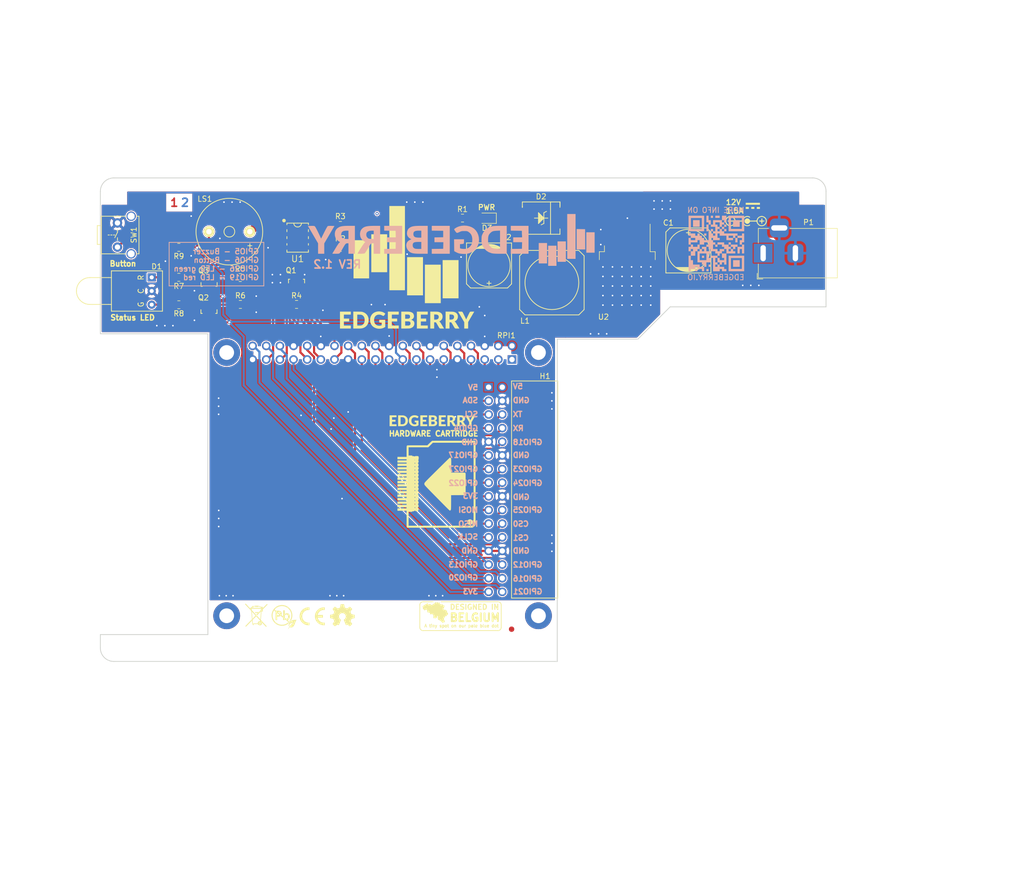
<source format=kicad_pcb>
(kicad_pcb (version 20211014) (generator pcbnew)
  (layers (0 "F.Cu" signal) (31 "B.Cu" signal) (34 "B.Paste" user) (35 "F.Paste" user) (36 "B.SilkS" user "B.Silkscreen") (37 "F.SilkS" user "F.Silkscreen") (38 "B.Mask" user) (39 "F.Mask" user) (44 "Edge.Cuts" user))
  (net 0 "")
  (net 1 "+3V3")
  (net 2 "GND")
  (net 3 "btn_1")
  (net 4 "UART_TX")
  (net 5 "UART_RX")
  (net 6 "+12V")
  (net 7 "+5V")
  (net 8 "Net-(Q2-Pad1)")
  (net 9 "Net-(Q2-Pad2)")
  (net 10 "status1_green")
  (net 11 "status1_red")
  (net 12 "Net-(Q3-Pad1)")
  (net 13 "I2C_SDA")
  (net 14 "I2C_SCL")
  (net 15 "Net-(Q3-Pad2)")
  (net 16 "ID_SCL")
  (net 17 "ID_SDA")
  (net 18 "buzzer")
  (net 19 "GPIO_4")
  (net 20 "GPIO_23")
  (net 21 "GPIO_24")
  (net 22 "Net-(LS1-Pad2)")
  (net 23 "GPIO_25")
  (net 24 "SPI_SCLK")
  (net 25 "SPI_CS0")
  (net 26 "SPI_CS1")
  (net 27 "SPI_MOSI")
  (net 28 "SPI_MISO")
  (net 30 "GPIO_18")
  (net 31 "GPIO_17")
  (net 32 "GPIO_22")
  (net 33 "GPIO_16")
  (net 34 "GPIO_12")
  (net 35 "GPIO_21")
  (net 36 "GPIO_20")
  (net 37 "GPIO_27")
  (net 38 "GPIO_13")
  (net 39 "Net-(D1-Pad1)")
  (net 40 "Net-(D1-Pad3)")
  (net 41 "Net-(D2-Pad1)")
  (net 42 "Net-(D3-Pad2)")
  (net 43 "Net-(Q1-Pad1)")
  (footprint "Capacitors_SMD:c_elec_8x10" (layer "F.Cu") (at 193.04 65.272 90)
    (fp_text reference "C1")
    (fp_text value "680uF")
  )
  (footprint "Capacitors_SMD:c_elec_8x10" (layer "F.Cu") (at 155.956 68.072 -90)
    (fp_text reference "C2")
    (fp_text value "220uF")
  )
  (footprint "Inductors:SELF-WE-PD-XXL" (layer "F.Cu") (at 167.649 71.272 -90)
    (fp_text reference "L1")
    (fp_text value "33uH")
  )
  (footprint "TO_SOT_Packages_SMD:SOT-23" (layer "F.Cu") (at 103.874 71.297 180)
    (fp_text reference "Q3")
    (fp_text value "BC547")
  )
  (footprint "TO_SOT_Packages_SMD:SOT-23" (layer "F.Cu") (at 103.849 76.347 180)
    (fp_text reference "Q2")
    (fp_text value "BC547")
  )
  (footprint "emcosys:tactile_switch_vertical" (layer "F.Cu") (at 86.829 62.398 -90)
    (fp_text reference "SW1")
    (fp_text value "SW_PUSH")
  )
  (footprint "emcosys:SpuQ_5mm_copper" (layer "F.Cu") (at 112.522 124.714)
    (fp_text reference "G***" hide)
    (fp_text value "LOGO" hide)
  )
  (footprint "emcosys:SS54_Schottky_40V_5A" (layer "F.Cu") (at 165.649 59.25)
    (fp_text reference "D2")
    (fp_text value "SS54")
  )
  (footprint "emcosys:Hole_M2.5" (layer "F.Cu") (at 88 20)
    (fp_text reference "REF**" hide)
    (fp_text value "Hole_M3" hide)
  )
  (footprint "TO_SOT_Packages_SMD:SOT-23" (layer "F.Cu") (at 120.149 71.272)
    (fp_text reference "Q1")
    (fp_text value "BC547")
  )
  (footprint "emcosys:Hole_M2.5_small" (layer "F.Cu") (at 86.149 54.272)
    (fp_text reference "REF**" hide)
    (fp_text value "Hole_M2.5_small" hide)
  )
  (footprint "emcosys:Hole_M2.5_small" (layer "F.Cu") (at 216.149 54.272)
    (fp_text reference "REF**" hide)
    (fp_text value "Hole_M2.5_small" hide)
  )
  (footprint "emcosys:Hole_M2.5_small" (layer "F.Cu") (at 86.149 139.272)
    (fp_text reference "REF**" hide)
    (fp_text value "Hole_M2.5_small" hide)
  )
  (footprint "Buzzers_Beepers:Buzzer_12x9.5RM7.6" (layer "F.Cu") (at 107.649 61.772 180)
    (fp_text reference "LS1")
    (fp_text value "Buzzer")
  )
  (footprint "Fiducials:Fiducial_1mm_Dia_2.54mm_Outer_CopperTop" (layer "F.Cu") (at 91.5 56.5)
    (fp_text reference "REF**" hide)
    (fp_text value "Fiducial_1mm_Dia_2.54mm_Outer_CopperTop" hide)
  )
  (footprint "Fiducials:Fiducial_1mm_Dia_2.54mm_Outer_CopperTop" (layer "F.Cu") (at 211.75 56.5)
    (fp_text reference "REF**" hide)
    (fp_text value "Fiducial_1mm_Dia_2.54mm_Outer_CopperTop" hide)
  )
  (footprint "Fiducials:Fiducial_1mm_Dia_2.54mm_Outer_CopperTop" (layer "F.Cu") (at 160.149 135.772)
    (fp_text reference "REF**" hide)
    (fp_text value "Fiducial_1mm_Dia_2.54mm_Outer_CopperTop" hide)
  )
  (footprint "emcosys:EdgeBerry_IO" (layer "F.Cu") (at 157.149 109.772 -90)
    (fp_text reference "H1")
    (fp_text value "EdgeBerry_IO")
  )
  (footprint "Resistor_SMD:R_0805_2012Metric" (layer "F.Cu") (at 128.274 64.722)
    (fp_text reference "R2")
    (fp_text value "10k")
  )
  (footprint "Package_TO_SOT_SMD:TO-263-5_TabPin3" (layer "F.Cu") (at 181.674 68.447 -90)
    (fp_text reference "U2")
    (fp_text value "LM2596")
  )
  (footprint "LOGO" (layer "F.Cu") (at 145.949 132.647736)
    (fp_text reference "G***" hide)
    (fp_text value "LOGO" hide)
  )
  (footprint "Resistor_SMD:R_0805_2012Metric" (layer "F.Cu") (at 98.249 64.697 180)
    (fp_text reference "R9")
    (fp_text value "10k")
  )
  (footprint "LED_SMD:LED_0805_2012Metric" (layer "F.Cu") (at 155.624 59.272 180)
    (fp_text reference "D3")
    (fp_text value "LED")
  )
  (footprint "emcosys:SOIC_8" (layer "F.Cu") (at 120.349 62.8865 -90)
    (fp_text reference "U1")
    (fp_text value "24LC256" hide)
  )
  (footprint "emcosys:bicolor_LED_right_angle" (layer "F.Cu") (at 93.199 72.822 -90)
    (fp_text reference "D1")
    (fp_text value "Led_x2" hide)
  )
  (footprint "LOGO" (layer "F.Cu") (at 203.8 59.8)
    (fp_text reference "G***" hide)
    (fp_text value "LOGO" hide)
  )
  (footprint "LOGO" (layer "F.Cu") (at 123.049 133.372)
    (fp_text reference "G***" hide)
    (fp_text value "LOGO" hide)
  )
  (footprint "Resistor_SMD:R_0805_2012Metric" (layer "F.Cu") (at 151.024 59.247)
    (fp_text reference "R1")
    (fp_text value "270R")
  )
  (footprint "LOGO" (layer "F.Cu") (at 140.716 78.232)
    (fp_text reference "G***" hide)
    (fp_text value "LOGO" hide)
  )
  (footprint "LOGO" (layer "F.Cu") (at 145.449 96.972)
    (fp_text reference "G***" hide)
    (fp_text value "LOGO" hide)
  )
  (footprint "LOGO" (layer "F.Cu") (at 128.649 133.172)
    (fp_text reference "G***" hide)
    (fp_text value "LOGO" hide)
  )
  (footprint "Resistor_SMD:R_0805_2012Metric" (layer "F.Cu") (at 98.249 70.272 180)
    (fp_text reference "R7")
    (fp_text value "270R")
  )
  (footprint "LOGO" (layer "F.Cu") (at 112.649 133.172)
    (fp_text reference "G***" hide)
    (fp_text value "LOGO" hide)
  )
  (footprint "LOGO" (layer "F.Cu") (at 205 57)
    (fp_text reference "G***" hide)
    (fp_text value "LOGO" hide)
  )
  (footprint "LOGO" (layer "F.Cu") (at 117.849 133.572)
    (fp_text reference "G***" hide)
    (fp_text value "LOGO" hide)
  )
  (footprint "Resistor_SMD:R_0805_2012Metric" (layer "F.Cu") (at 120.149 75.322)
    (fp_text reference "R4")
    (fp_text value "3k3")
  )
  (footprint "Connector_BarrelJack:BarrelJack_Horizontal" (layer "F.Cu") (at 206.949 65.7795 180)
    (fp_text reference "P1")
    (fp_text value "12Vin")
  )
  (footprint "Resistor_SMD:R_0805_2012Metric" (layer "F.Cu") (at 109.674 70.322)
    (fp_text reference "R5")
    (fp_text value "3k3")
  )
  (footprint "LOGO" (layer "F.Cu") (at 146.249 108.772)
    (fp_text reference "G***" hide)
    (fp_text value "LOGO" hide)
  )
  (footprint "Resistor_SMD:R_0805_2012Metric" (layer "F.Cu") (at 98.249 75.372 180)
    (fp_text reference "R8")
    (fp_text value "270R")
  )
  (footprint "Resistor_SMD:R_0805_2012Metric" (layer "F.Cu") (at 128.299 60.622 180)
    (fp_text reference "R3")
    (fp_text value "10k")
  )
  (footprint "" (layer "F.Cu") (at 150.75 66.5)
    (fp_text reference "")
    (fp_text value "")
  )
  (footprint "Resistor_SMD:R_0805_2012Metric" (layer "F.Cu") (at 109.699 75.322)
    (fp_text reference "R6")
    (fp_text value "3k3")
  )
  (footprint "LOGO" (layer "F.Cu") (at 140.462 65.964852)
    (fp_text reference "G***" hide)
    (fp_text value "LOGO" hide)
  )
  (footprint "emcosys:Hole_M3" (layer "B.Cu") (at 165.1464 84.271 180)
    (fp_text reference "REF**" hide)
    (fp_text value "Hole_M3" hide)
  )
  (footprint "emcosys:Hole_M2.5" (layer "B.Cu") (at 107.1464 84.271 180)
    (fp_text reference "REF**" hide)
    (fp_text value "Hole_M3" hide)
  )
  (footprint "emcosys:Hole_M2.5" (layer "B.Cu") (at 107.1464 133.271 180)
    (fp_text reference "REF**" hide)
    (fp_text value "Hole_M3" hide)
  )
  (footprint "emcosys:Hole_M2.5" (layer "B.Cu") (at 165.1464 133.271 180)
    (fp_text reference "REF**" hide)
    (fp_text value "Hole_M3" hide)
  )
  (footprint "emcosys:RPI_GPIO" (layer "B.Cu") (at 136.0954 84.3005 180)
    (fp_text reference "RPI1")
    (fp_text value "RPi_GPIO")
  )
  (footprint "emcosys:via_0.6mm" (layer "B.Cu") (at 181.693 59.265 -90)
    (fp_text reference "REF**" hide)
    (fp_text value "via_0.6mm" hide)
  )
  (footprint "emcosys:via_0.6mm" (layer "B.Cu") (at 112.649 73.772 -90)
    (fp_text reference "REF**" hide)
    (fp_text value "via_0.6mm" hide)
  )
  (footprint "emcosys:via_0.6mm" (layer "B.Cu") (at 178.923 73.668 -90)
    (fp_text reference "REF**" hide)
    (fp_text value "via_0.6mm" hide)
  )
  (footprint "emcosys:via_0.6mm" (layer "B.Cu") (at 105.649 94.272 -90)
    (fp_text reference "REF**" hide)
    (fp_text value "via_0.6mm" hide)
  )
  (footprint "emcosys:via_0.6mm" (layer "B.Cu") (at 178.923 75.446 -90)
    (fp_text reference "REF**" hide)
    (fp_text value "via_0.6mm" hide)
  )
  (footprint "emcosys:via_0.6mm" (layer "B.Cu") (at 177.145 70.112 -90)
    (fp_text reference "REF**" hide)
    (fp_text value "via_0.6mm" hide)
  )
  (footprint "emcosys:via_0.6mm" (layer "B.Cu") (at 177.145 75.446 -90)
    (fp_text reference "REF**" hide)
    (fp_text value "via_0.6mm" hide)
  )
  (footprint "emcosys:via_0.6mm" (layer "B.Cu") (at 180.701 68.334 -90)
    (fp_text reference "REF**" hide)
    (fp_text value "via_0.6mm" hide)
  )
  (footprint "emcosys:via_0.6mm" (layer "B.Cu") (at 100.545 58.872 -90)
    (fp_text reference "REF**" hide)
    (fp_text value "via_0.6mm" hide)
  )
  (footprint "emcosys:via_0.6mm" (layer "B.Cu") (at 182.479 68.334 -90)
    (fp_text reference "REF**" hide)
    (fp_text value "via_0.6mm" hide)
  )
  (footprint "emcosys:via_0.6mm" (layer "B.Cu") (at 176.745 64.176 -90)
    (fp_text reference "REF**" hide)
    (fp_text value "via_0.6mm" hide)
  )
  (footprint "emcosys:via_0.6mm" (layer "B.Cu") (at 101.149 78.272 -90)
    (fp_text reference "REF**" hide)
    (fp_text value "via_0.6mm" hide)
  )
  (footprint "emcosys:via_0.6mm" (layer "B.Cu") (at 186.035 73.668 -90)
    (fp_text reference "REF**" hide)
    (fp_text value "via_0.6mm" hide)
  )
  (footprint "emcosys:via_0.6mm" (layer "B.Cu") (at 177.145 71.89 -90)
    (fp_text reference "REF**" hide)
    (fp_text value "via_0.6mm" hide)
  )
  (footprint "emcosys:via_0.6mm" (layer "B.Cu") (at 177.145 73.668 -90)
    (fp_text reference "REF**" hide)
    (fp_text value "via_0.6mm" hide)
  )
  (footprint "emcosys:via_0.6mm" (layer "B.Cu") (at 180.701 71.89 -90)
    (fp_text reference "REF**" hide)
    (fp_text value "via_0.6mm" hide)
  )
  (footprint "emcosys:via_0.6mm" (layer "B.Cu") (at 186.035 71.89 -90)
    (fp_text reference "REF**" hide)
    (fp_text value "via_0.6mm" hide)
  )
  (footprint "emcosys:via_0.6mm" (layer "B.Cu") (at 136.613 75.352 -90)
    (fp_text reference "REF**" hide)
    (fp_text value "via_0.6mm" hide)
  )
  (footprint "emcosys:via_0.6mm" (layer "B.Cu") (at 155.149 81.272 -90)
    (fp_text reference "REF**" hide)
    (fp_text value "via_0.6mm" hide)
  )
  (footprint "emcosys:via_0.6mm" (layer "B.Cu") (at 184.257 73.668 -90)
    (fp_text reference "REF**" hide)
    (fp_text value "via_0.6mm" hide)
  )
  (footprint "emcosys:via_0.6mm" (layer "B.Cu") (at 182.479 70.112 -90)
    (fp_text reference "REF**" hide)
    (fp_text value "via_0.6mm" hide)
  )
  (footprint "emcosys:via_0.6mm" (layer "B.Cu") (at 178.923 70.112 -90)
    (fp_text reference "REF**" hide)
    (fp_text value "via_0.6mm" hide)
  )
  (footprint "emcosys:via_0.6mm" (layer "B.Cu") (at 182.479 73.668 -90)
    (fp_text reference "REF**" hide)
    (fp_text value "via_0.6mm" hide)
  )
  (footprint "emcosys:via_0.6mm" (layer "B.Cu") (at 178.923 68.334 -90)
    (fp_text reference "REF**" hide)
    (fp_text value "via_0.6mm" hide)
  )
  (footprint "emcosys:via_0.6mm" (layer "B.Cu") (at 124.649 81.272 -90)
    (fp_text reference "REF**" hide)
    (fp_text value "via_0.6mm" hide)
  )
  (footprint "emcosys:via_0.6mm" (layer "B.Cu") (at 180.701 70.112 -90)
    (fp_text reference "REF**" hide)
    (fp_text value "via_0.6mm" hide)
  )
  (footprint "emcosys:via_0.6mm" (layer "B.Cu") (at 180.701 75.446 -90)
    (fp_text reference "REF**" hide)
    (fp_text value "via_0.6mm" hide)
  )
  (footprint "emcosys:via_0.6mm" (layer "B.Cu") (at 184.257 75.446 -90)
    (fp_text reference "REF**" hide)
    (fp_text value "via_0.6mm" hide)
  )
  (footprint "emcosys:via_0.6mm" (layer "B.Cu") (at 117.149 71.272 -90)
    (fp_text reference "REF**" hide)
    (fp_text value "via_0.6mm" hide)
  )
  (footprint "emcosys:via_0.6mm" (layer "B.Cu") (at 117.149 69.772 -90)
    (fp_text reference "REF**" hide)
    (fp_text value "via_0.6mm" hide)
  )
  (footprint "emcosys:via_0.6mm" (layer "B.Cu") (at 184.257 70.112 -90)
    (fp_text reference "REF**" hide)
    (fp_text value "via_0.6mm" hide)
  )
  (footprint "emcosys:via_0.6mm" (layer "B.Cu") (at 178.923 71.89 -90)
    (fp_text reference "REF**" hide)
    (fp_text value "via_0.6mm" hide)
  )
  (footprint "emcosys:via_0.6mm" (layer "B.Cu") (at 142.149 56.272 -90)
    (fp_text reference "REF**" hide)
    (fp_text value "via_0.6mm" hide)
  )
  (footprint "emcosys:via_0.6mm" (layer "B.Cu") (at 182.479 71.89 -90)
    (fp_text reference "REF**" hide)
    (fp_text value "via_0.6mm" hide)
  )
  (footprint "emcosys:via_0.6mm" (layer "B.Cu") (at 206.149 71.772 -90)
    (fp_text reference "REF**" hide)
    (fp_text value "via_0.6mm" hide)
  )
  (footprint "emcosys:via_0.6mm" (layer "B.Cu") (at 127.083 96.476 -90)
    (fp_text reference "REF**" hide)
    (fp_text value "via_0.6mm" hide)
  )
  (footprint "emcosys:via_0.6mm" (layer "B.Cu") (at 186.651 57.572 -90)
    (fp_text reference "REF**" hide)
    (fp_text value "via_0.6mm" hide)
  )
  (footprint "emcosys:via_0.6mm" (layer "B.Cu") (at 176.745 61.382 -90)
    (fp_text reference "REF**" hide)
    (fp_text value "via_0.6mm" hide)
  )
  (footprint "emcosys:via_0.6mm" (layer "B.Cu") (at 143.649 56.272 -90)
    (fp_text reference "REF**" hide)
    (fp_text value "via_0.6mm" hide)
  )
  (footprint "emcosys:via_0.6mm" (layer "B.Cu") (at 186.035 70.112 -90)
    (fp_text reference "REF**" hide)
    (fp_text value "via_0.6mm" hide)
  )
  (footprint "emcosys:via_0.6mm" (layer "B.Cu") (at 109.649 56.272 -90)
    (fp_text reference "REF**" hide)
    (fp_text value "via_0.6mm" hide)
  )
  (footprint "emcosys:via_0.6mm" (layer "B.Cu") (at 188.175 57.572 -90)
    (fp_text reference "REF**" hide)
    (fp_text value "via_0.6mm" hide)
  )
  (footprint "emcosys:via_0.6mm" (layer "B.Cu") (at 112.649 76.772 -90)
    (fp_text reference "REF**" hide)
    (fp_text value "via_0.6mm" hide)
  )
  (footprint "emcosys:via_0.6mm" (layer "B.Cu") (at 146.26 87.459 -90)
    (fp_text reference "REF**" hide)
    (fp_text value "via_0.6mm" hide)
  )
  (footprint "emcosys:via_0.6mm" (layer "B.Cu") (at 186.035 68.334 -90)
    (fp_text reference "REF**" hide)
    (fp_text value "via_0.6mm" hide)
  )
  (footprint "emcosys:via_0.6mm" (layer "B.Cu") (at 186.651 56.048 -90)
    (fp_text reference "REF**" hide)
    (fp_text value "via_0.6mm" hide)
  )
  (footprint "emcosys:via_0.6mm" (layer "B.Cu") (at 204.649 71.772 -90)
    (fp_text reference "REF**" hide)
    (fp_text value "via_0.6mm" hide)
  )
  (footprint "emcosys:via_0.6mm" (layer "B.Cu") (at 115.649 71.272 -90)
    (fp_text reference "REF**" hide)
    (fp_text value "via_0.6mm" hide)
  )
  (footprint "emcosys:via_0.6mm" (layer "B.Cu") (at 121.649 69.772 -90)
    (fp_text reference "REF**" hide)
    (fp_text value "via_0.6mm" hide)
  )
  (footprint "emcosys:via_0.6mm" (layer "B.Cu") (at 189.699 57.572 -90)
    (fp_text reference "REF**" hide)
    (fp_text value "via_0.6mm" hide)
  )
  (footprint "emcosys:via_0.6mm" (layer "B.Cu") (at 184.257 68.334 -90)
    (fp_text reference "REF**" hide)
    (fp_text value "via_0.6mm" hide)
  )
  (footprint "emcosys:via_0.6mm" (layer "B.Cu") (at 126.575 98.508 -90)
    (fp_text reference "REF**" hide)
    (fp_text value "via_0.6mm" hide)
  )
  (footprint "emcosys:via_0.6mm" (layer "B.Cu") (at 146.26 88.856 -90)
    (fp_text reference "REF**" hide)
    (fp_text value "via_0.6mm" hide)
  )
  (footprint "emcosys:via_0.6mm" (layer "B.Cu") (at 184.257 71.89 -90)
    (fp_text reference "REF**" hide)
    (fp_text value "via_0.6mm" hide)
  )
  (footprint "emcosys:via_0.6mm" (layer "B.Cu") (at 129.75 95.333 -90)
    (fp_text reference "REF**" hide)
    (fp_text value "via_0.6mm" hide)
  )
  (footprint "emcosys:via_0.6mm" (layer "B.Cu") (at 149.689 96.222 -90)
    (fp_text reference "REF**" hide)
    (fp_text value "via_0.6mm" hide)
  )
  (footprint "emcosys:via_0.6mm" (layer "B.Cu") (at 95.749 67.272 -90)
    (fp_text reference "REF**" hide)
    (fp_text value "via_0.6mm" hide)
  )
  (footprint "emcosys:via_0.6mm" (layer "B.Cu") (at 189.699 56.048 -90)
    (fp_text reference "REF**" hide)
    (fp_text value "via_0.6mm" hide)
  )
  (footprint "emcosys:via_0.6mm" (layer "B.Cu") (at 177.145 68.334 -90)
    (fp_text reference "REF**" hide)
    (fp_text value "via_0.6mm" hide)
  )
  (footprint "emcosys:via_0.6mm" (layer "B.Cu") (at 188.175 56.048 -90)
    (fp_text reference "REF**" hide)
    (fp_text value "via_0.6mm" hide)
  )
  (footprint "emcosys:via_0.6mm" (layer "B.Cu") (at 182.479 75.446 -90)
    (fp_text reference "REF**" hide)
    (fp_text value "via_0.6mm" hide)
  )
  (footprint "emcosys:via_0.6mm" (layer "B.Cu") (at 180.701 73.668 -90)
    (fp_text reference "REF**" hide)
    (fp_text value "via_0.6mm" hide)
  )
  (footprint "emcosys:via_0.6mm" (layer "B.Cu") (at 186.035 75.446 -90)
    (fp_text reference "REF**" hide)
    (fp_text value "via_0.6mm" hide)
  )
  (footprint "emcosys:via_0.6mm" (layer "B.Cu") (at 101.149 72.772 -90)
    (fp_text reference "REF**" hide)
    (fp_text value "via_0.6mm" hide)
  )
  (footprint "emcosys:via_0.6mm" (layer "B.Cu") (at 105.649 95.772 -90)
    (fp_text reference "REF**" hide)
    (fp_text value "via_0.6mm" hide)
  )
  (footprint "emcosys:via_0.6mm" (layer "B.Cu") (at 167.649 91.772 -90)
    (fp_text reference "REF**" hide)
    (fp_text value "via_0.6mm" hide)
  )
  (footprint "emcosys:via_0.6mm" (layer "B.Cu") (at 140.649 56.272 -90)
    (fp_text reference "REF**" hide)
    (fp_text value "via_0.6mm" hide)
  )
  (footprint "emcosys:Hole_M2.5" (layer "B.Cu") (at 112.649 76.772 180)
    (fp_text reference "REF**" hide)
    (fp_text value "Hole_M3" hide)
  )
  (footprint "emcosys:Hole_M2.5" (layer "B.Cu") (at 167.649 76.772 180)
    (fp_text reference "REF**" hide)
    (fp_text value "Hole_M3" hide)
  )
  (footprint "emcosys:via_0.6mm" (layer "B.Cu") (at 137.375 81.194 -90)
    (fp_text reference "REF**" hide)
    (fp_text value "via_0.6mm" hide)
  )
  (footprint "emcosys:via_0.6mm" (layer "B.Cu") (at 94.149 79.272 -90)
    (fp_text reference "REF**" hide)
    (fp_text value "via_0.6mm" hide)
  )
  (footprint "emcosys:via_0.6mm" (layer "B.Cu") (at 95.649 79.272 -90)
    (fp_text reference "REF**" hide)
    (fp_text value "via_0.6mm" hide)
  )
  (footprint "emcosys:via_0.6mm" (layer "B.Cu") (at 140.716 65.964852 -90)
    (fp_text reference "REF**" hide)
    (fp_text value "via_0.6mm" hide)
  )
  (footprint "emcosys:via_0.6mm" (layer "B.Cu") (at 203.149 71.772 -90)
    (fp_text reference "REF**" hide)
    (fp_text value "via_0.6mm" hide)
  )
  (footprint "emcosys:via_0.6mm" (layer "B.Cu") (at 100.545 66.272 -90)
    (fp_text reference "REF**" hide)
    (fp_text value "via_0.6mm" hide)
  )
  (footprint "emcosys:via_0.6mm" (layer "B.Cu") (at 167.649 119.772 -90)
    (fp_text reference "REF**" hide)
    (fp_text value "via_0.6mm" hide)
  )
  (footprint "emcosys:via_0.6mm" (layer "B.Cu") (at 167.649 118.272 -90)
    (fp_text reference "REF**" hide)
    (fp_text value "via_0.6mm" hide)
  )
  (footprint "emcosys:via_0.6mm" (layer "B.Cu") (at 167.649 121.272 -90)
    (fp_text reference "REF**" hide)
    (fp_text value "via_0.6mm" hide)
  )
  (footprint "emcosys:via_0.6mm" (layer "B.Cu") (at 97.149 79.272 -90)
    (fp_text reference "REF**" hide)
    (fp_text value "via_0.6mm" hide)
  )
  (footprint "emcosys:via_0.6mm" (layer "B.Cu") (at 167.649 94.772 -90)
    (fp_text reference "REF**" hide)
    (fp_text value "via_0.6mm" hide)
  )
  (footprint "emcosys:via_0.6mm" (layer "B.Cu") (at 167.649 93.272 -90)
    (fp_text reference "REF**" hide)
    (fp_text value "via_0.6mm" hide)
  )
  (footprint "emcosys:via_0.6mm" (layer "B.Cu") (at 105.879 63.033 -90)
    (fp_text reference "REF**" hide)
    (fp_text value "via_0.6mm" hide)
  )
  (footprint "emcosys:via_0.6mm" (layer "B.Cu") (at 147.32 129.54 -90)
    (fp_text reference "REF**" hide)
    (fp_text value "via_0.6mm" hide)
  )
  (footprint "emcosys:via_0.6mm" (layer "B.Cu") (at 106.649 56.272 -90)
    (fp_text reference "REF**" hide)
    (fp_text value "via_0.6mm" hide)
  )
  (footprint "emcosys:via_0.6mm" (layer "B.Cu") (at 108.149 56.272 -90)
    (fp_text reference "REF**" hide)
    (fp_text value "via_0.6mm" hide)
  )
  (footprint "emcosys:via_0.6mm" (layer "B.Cu") (at 125.564 66.97 -90)
    (fp_text reference "REF**" hide)
    (fp_text value "via_0.6mm" hide)
  )
  (footprint "emcosys:via_0.6mm" (layer "B.Cu") (at 155.155 77.384 -90)
    (fp_text reference "REF**" hide)
    (fp_text value "via_0.6mm" hide)
  )
  (footprint "emcosys:via_0.6mm" (layer "B.Cu") (at 134.073 75.352 -90)
    (fp_text reference "REF**" hide)
    (fp_text value "via_0.6mm" hide)
  )
  (footprint "emcosys:via_0.6mm" (layer "B.Cu") (at 114.849 64.772 -90)
    (fp_text reference "REF**" hide)
    (fp_text value "via_0.6mm" hide)
  )
  (footprint "emcosys:via_0.6mm" (layer "B.Cu") (at 144.78 129.54 -90)
    (fp_text reference "REF**" hide)
    (fp_text value "via_0.6mm" hide)
  )
  (footprint "emcosys:via_0.6mm" (layer "B.Cu") (at 128.607 111.462 -90)
    (fp_text reference "REF**" hide)
    (fp_text value "via_0.6mm" hide)
  )
  (footprint "emcosys:via_0.6mm" (layer "B.Cu") (at 115.649 69.772 -90)
    (fp_text reference "REF**" hide)
    (fp_text value "via_0.6mm" hide)
  )
  (footprint "emcosys:via_0.6mm" (layer "B.Cu") (at 146.05 129.54 -90)
    (fp_text reference "REF**" hide)
    (fp_text value "via_0.6mm" hide)
  )
  (footprint "emcosys:via_0.6mm" (layer "B.Cu") (at 125.051 76.41 -90)
    (fp_text reference "REF**" hide)
    (fp_text value "via_0.6mm" hide)
  )
  (footprint "emcosys:via_0.6mm" (layer "B.Cu") (at 120.987 95.968 -90)
    (fp_text reference "REF**" hide)
    (fp_text value "via_0.6mm" hide)
  )
  (footprint "emcosys:via_0.6mm" (layer "B.Cu") (at 154.149 75.772 -90)
    (fp_text reference "REF**" hide)
    (fp_text value "via_0.6mm" hide)
  )
  (footprint "emcosys:via_0.6mm" (layer "B.Cu") (at 105.649 92.772 -90)
    (fp_text reference "REF**" hide)
    (fp_text value "via_0.6mm" hide)
  )
  (footprint "emcosys:via_0.6mm" (layer "B.Cu") (at 177.84 80.79)
    (fp_text reference "REF**" hide)
    (fp_text value "via_0.6mm" hide)
  )
  (footprint "emcosys:via_0.6mm" (layer "B.Cu") (at 105.664 115.165 -90)
    (fp_text reference "REF**" hide)
    (fp_text value "via_0.6mm" hide)
  )
  (footprint "emcosys:via_0.6mm" (layer "B.Cu") (at 108.331 129.54 -90)
    (fp_text reference "REF**" hide)
    (fp_text value "via_0.6mm" hide)
  )
  (footprint "LOGO" (layer "B.Cu") (at 148.551 63.287 180)
    (fp_text reference "G***" hide)
    (fp_text value "LOGO" hide)
  )
  (footprint "emcosys:via_0.6mm" (layer "B.Cu") (at 107.061 129.54 -90)
    (fp_text reference "REF**" hide)
    (fp_text value "via_0.6mm" hide)
  )
  (footprint "emcosys:via_0.6mm" (layer "B.Cu") (at 126.365 129.54 -90)
    (fp_text reference "REF**" hide)
    (fp_text value "via_0.6mm" hide)
  )
  (footprint "emcosys:via_0.6mm" (layer "B.Cu") (at 128.905 129.54 -90)
    (fp_text reference "REF**" hide)
    (fp_text value "via_0.6mm" hide)
  )
  (footprint "emcosys:via_0.6mm" (layer "B.Cu") (at 135.128 58.42 -90)
    (fp_text reference "REF**" hide)
    (fp_text value "via_0.6mm" hide)
  )
  (footprint "emcosys:via_0.6mm" (layer "B.Cu") (at 105.791 129.54 -90)
    (fp_text reference "REF**" hide)
    (fp_text value "via_0.6mm" hide)
  )
  (footprint "emcosys:via_0.6mm" (layer "B.Cu") (at 127.635 129.54 -90)
    (fp_text reference "REF**" hide)
    (fp_text value "via_0.6mm" hide)
  )
  (footprint "emcosys:via_0.6mm" (layer "B.Cu") (at 174.84 80.79)
    (fp_text reference "REF**" hide)
    (fp_text value "via_0.6mm" hide)
  )
  (footprint "emcosys:via_0.6mm" (layer "B.Cu") (at 105.664 113.665 -90)
    (fp_text reference "REF**" hide)
    (fp_text value "via_0.6mm" hide)
  )
  (footprint "LOGO" (layer "B.Cu") (at 198.249 63.972 180)
    (fp_text reference "G***" hide)
    (fp_text value "LOGO" hide)
  )
  (footprint "emcosys:via_0.6mm" (layer "B.Cu") (at 176.34 80.79)
    (fp_text reference "REF**" hide)
    (fp_text value "via_0.6mm" hide)
  )
  (footprint "emcosys:via_0.6mm" (layer "B.Cu") (at 105.664 116.665 -90)
    (fp_text reference "REF**" hide)
    (fp_text value "via_0.6mm" hide)
  )
  (gr_line (start 114.049 71.872) (end 96.449 71.872) (layer "B.SilkS") (width 0.15))
  (gr_line (start 114.049 63.772) (end 96.449 63.772) (layer "B.SilkS") (width 0.15))
  (gr_line (start 114.049 63.772) (end 114.049 71.872) (layer "B.SilkS") (width 0.15))
  (gr_line (start 96.449 63.772) (end 96.449 71.872) (layer "B.SilkS") (width 0.15))
  (gr_line (start 157.624736 130.672) (end 147.049 130.672) (layer "F.SilkS") (width 0.15))
  (gr_arc (start 157.624736 130.672) (mid 158.049 130.847736) (end 158.224736 131.272) (layer "F.SilkS") (width 0.15))
  (gr_line (start 143.073264 131.247736) (end 143.073264 135.423472) (layer "F.SilkS") (width 0.15))
  (gr_arc (start 143.673264 136.023472) (mid 143.249 135.847736) (end 143.073264 135.423472) (layer "F.SilkS") (width 0.15))
  (gr_line (start 145.549 130.672) (end 143.673264 130.672) (layer "F.SilkS") (width 0.15))
  (gr_arc (start 158.224736 135.423472) (mid 158.049 135.847736) (end 157.624736 136.023472) (layer "F.SilkS") (width 0.15))
  (gr_line (start 143.673264 136.023472) (end 157.624736 136.023472) (layer "F.SilkS") (width 0.15))
  (gr_arc (start 143.073264 131.272) (mid 143.249 130.847736) (end 143.673264 130.672) (layer "F.SilkS") (width 0.15))
  (gr_line (start 158.224736 135.423472) (end 158.224736 131.272) (layer "F.SilkS") (width 0.15))
  (gr_line (start 183.649 81.772) (end 168.649 81.772) (layer "Edge.Cuts") (width 0.15))
  (gr_arc (start 83.649 54.272) (mid 84.381233 52.504233) (end 86.149 51.772) (layer "Edge.Cuts") (width 0.15))
  (gr_line (start 168.649 141.772) (end 168.649 81.772) (layer "Edge.Cuts") (width 0.15))
  (gr_line (start 103.649 136.772) (end 83.649 136.772) (layer "Edge.Cuts") (width 0.15))
  (gr_line (start 216.149 51.772) (end 86.149 51.772) (layer "Edge.Cuts") (width 0.15))
  (gr_arc (start 216.149 51.772) (mid 217.916767 52.504233) (end 218.649 54.272) (layer "Edge.Cuts") (width 0.15))
  (gr_line (start 189.649 75.772) (end 218.649 75.772) (layer "Edge.Cuts") (width 0.15))
  (gr_line (start 83.649 54.272) (end 83.649 80.772) (layer "Edge.Cuts") (width 0.15))
  (gr_line (start 183.649 81.772) (end 189.649 75.772) (layer "Edge.Cuts") (width 0.15))
  (gr_line (start 83.649 80.772) (end 103.649 80.772) (layer "Edge.Cuts") (width 0.15))
  (gr_line (start 218.649 75.772) (end 218.649 54.272) (layer "Edge.Cuts") (width 0.15))
  (gr_line (start 103.649 80.772) (end 103.649 136.772) (layer "Edge.Cuts") (width 0.15))
  (gr_line (start 168.649 141.772) (end 86.149 141.772) (layer "Edge.Cuts") (width 0.15))
  (gr_arc (start 86.149 141.772) (mid 84.381233 141.039767) (end 83.649 139.272) (layer "Edge.Cuts") (width 0.15))
  (gr_line (start 83.649 136.772) (end 83.649 139.272) (layer "Edge.Cuts") (width 0.15))
  (gr_text "1" (at 97.399 56.372) (layer "F.Cu") (effects (font (size 1.5 1.5) (thickness 0.3))))
  (gr_text "2" (at 99.399 56.372) (layer "B.Cu") (effects (font (size 1.5 1.5) (thickness 0.3))))
  (gr_text "5V" (at 160.249 90.572) (layer "B.SilkS") (effects (font (size 1 1) (thickness 0.25)) (justify right mirror)))
  (gr_text "GPIO24" (at 160.249 108.572) (layer "B.SilkS") (effects (font (size 1 1) (thickness 0.25)) (justify right mirror)))
  (gr_text "MOSI" (at 154.049 113.572) (layer "B.SilkS") (effects (font (size 1 1) (thickness 0.25)) (justify left mirror)))
  (gr_text "5V" (at 154.049 90.772) (layer "B.SilkS") (effects (font (size 1 1) (thickness 0.25)) (justify left mirror)))
  (gr_text "3V3" (at 154.049 110.972) (layer "B.SilkS") (effects (font (size 1 1) (thickness 0.25)) (justify left mirror)))
  (gr_text "GND" (at 154.049 100.972) (layer "B.SilkS") (effects (font (size 1 1) (thickness 0.25)) (justify left mirror)))
  (gr_text "GND" (at 160.249 111.172) (layer "B.SilkS") (effects (font (size 1 1) (thickness 0.25)) (justify right mirror)))
  (gr_text "GPIO21" (at 160.249 128.772) (layer "B.SilkS") (effects (font (size 1 1) (thickness 0.25)) (justify right mirror)))
  (gr_text "GPIO12" (at 160.249 123.772) (layer "B.SilkS") (effects (font (size 1 1) (thickness 0.25)) (justify right mirror)))
  (gr_text "REV 1.2" (at 127.723 67.859) (layer "B.SilkS") (effects (font (size 1.5 1.5) (thickness 0.3)) (justify mirror)))
  (gr_text "GPIO20" (at 154.049 126.172) (layer "B.SilkS") (effects (font (size 1 1) (thickness 0.25)) (justify left mirror)))
  (gr_text "GPIO4" (at 154.049 98.372) (layer "B.SilkS") (effects (font (size 1 1) (thickness 0.25)) (justify left mirror)))
  (gr_text "GPIO5 - Buzzer\nGPIO6 - Button \nGPIO26 - LED green\nGPIO19 - LED red" (at 113.249 67.872) (layer "B.SilkS") (effects (font (size 1 1) (thickness 0.2)) (justify left mirror)))
  (gr_text "GPIO25" (at 160.249 113.572) (layer "B.SilkS") (effects (font (size 1 1) (thickness 0.25)) (justify right mirror)))
  (gr_text "SCL" (at 154.049 95.772) (layer "B.SilkS") (effects (font (size 1 1) (thickness 0.25)) (justify left mirror)))
  (gr_text "GND" (at 160.249 93.172) (layer "B.SilkS") (effects (font (size 1 1) (thickness 0.25)) (justify right mirror)))
  (gr_text "CS1" (at 160.249 118.772) (layer "B.SilkS") (effects (font (size 1 1) (thickness 0.25)) (justify right mirror)))
  (gr_text "MORE INFO ON" (at 198.149 57.772) (layer "B.SilkS") (effects (font (size 1 0.95)) (justify mirror)))
  (gr_text "SCLK" (at 154.049 118.572) (layer "B.SilkS") (effects (font (size 1 1) (thickness 0.25)) (justify left mirror)))
  (gr_text "GPIO16" (at 160.249 126.372) (layer "B.SilkS") (effects (font (size 1 1) (thickness 0.25)) (justify right mirror)))
  (gr_text "GPIO22" (at 154.049 108.572) (layer "B.SilkS") (effects (font (size 1 1) (thickness 0.25)) (justify left mirror)))
  (gr_text "CS0" (at 160.249 116.172) (layer "B.SilkS") (effects (font (size 1 1) (thickness 0.25)) (justify right mirror)))
  (gr_text "GPIO23" (at 160.249 105.972) (layer "B.SilkS") (effects (font (size 1 1) (thickness 0.25)) (justify right mirror)))
  (gr_text "SDA" (at 154.049 93.172) (layer "B.SilkS") (effects (font (size 1 1) (thickness 0.25)) (justify left mirror)))
  (gr_text "TX" (at 160.249 95.772) (layer "B.SilkS") (effects (font (size 1 1) (thickness 0.25)) (justify right mirror)))
  (gr_text "GND" (at 160.249 103.372) (layer "B.SilkS") (effects (font (size 1 1) (thickness 0.25)) (justify right mirror)))
  (gr_text "GPIO18" (at 160.249 100.972) (layer "B.SilkS") (effects (font (size 1 1) (thickness 0.25)) (justify right mirror)))
  (gr_text "3V3" (at 154.049 128.772) (layer "B.SilkS") (effects (font (size 1 1) (thickness 0.25)) (justify left mirror)))
  (gr_text "GPIO17" (at 154.049 103.372) (layer "B.SilkS") (effects (font (size 1 1) (thickness 0.25)) (justify left mirror)))
  (gr_text "GND" (at 154.049 121.172) (layer "B.SilkS") (effects (font (size 1 1) (thickness 0.25)) (justify left mirror)))
  (gr_text "GND" (at 160.249 121.172) (layer "B.SilkS") (effects (font (size 1 1) (thickness 0.25)) (justify right mirror)))
  (gr_text "GPIO27" (at 154.049 105.972) (layer "B.SilkS") (effects (font (size 1 1) (thickness 0.25)) (justify left mirror)))
  (gr_text "RX" (at 160.249 98.372) (layer "B.SilkS") (effects (font (size 1 1) (thickness 0.25)) (justify right mirror)))
  (gr_text "EDGEBERRY.IO" (at 198.149 70.272) (layer "B.SilkS") (effects (font (size 1 1)) (justify mirror)))
  (gr_text "GPIO13" (at 154.049 123.772) (layer "B.SilkS") (effects (font (size 1 1) (thickness 0.25)) (justify left mirror)))
  (gr_text "MISO" (at 154.049 116.172) (layer "B.SilkS") (effects (font (size 1 1) (thickness 0.25)) (justify left mirror)))
  (gr_text "12V\n1.5A" (at 199.9 57.1) (layer "F.SilkS") (effects (font (size 1 1) (thickness 0.2)) (justify left)))
  (gr_text "DESIGNED IN" (at 153.249 131.647736) (layer "F.SilkS") (effects (font (size 0.95 0.95) (thickness 0.2))))
  (gr_text "HARDWARE CARTRIDGE" (at 145.649 99.372) (layer "F.SilkS") (effects (font (size 1 1) (thickness 0.25))))
  (gr_text "Button" (at 87.845 67.732) (layer "F.SilkS") (effects (font (size 1 1) (thickness 0.25))))
  (gr_text "\nBELGIUM" (at 148.449 132.447736) (layer "F.SilkS") (effects (font (size 1.45 1.45) (thickness 0.3625)) (justify left)))
  (gr_text "PWR" (at 155.5 57.25) (layer "F.SilkS") (effects (font (size 1 1) (thickness 0.2))))
  (gr_text "Status LED" (at 89.649 77.772) (layer "F.SilkS") (effects (font (size 1 1) (thickness 0.25))))
  (gr_text "A tiny spot on our pale blue dot" (at 143.849 135.147736) (layer "F.SilkS") (effects (font (size 0.55 0.55) (thickness 0.125)) (justify left)))
  (segment (start 103.847 73.32) (end 104.355 73.828) (width 0.4) (layer "F.Cu") (net 1))
  (segment (start 104.355 73.828) (end 106.387 73.828) (width 0.4) (layer "F.Cu") (net 1))
  (segment (start 103.847 77.892) (end 104.609 78.654) (width 0.4) (layer "F.Cu") (net 1))
  (segment (start 104.609 78.654) (end 107.657 78.654) (width 0.4) (layer "F.Cu") (net 1))
  (segment (start 122.807 59.948) (end 123.913 58.842) (width 0.4) (layer "F.Cu") (net 1))
  (segment (start 123.913 58.842) (end 128.485 58.842) (width 0.4) (layer "F.Cu") (net 1))
  (segment (start 128.485 58.842) (end 129.181 59.538) (width 0.4) (layer "F.Cu") (net 1))
  (segment (start 129.181 59.538) (end 129.181 60.62) (width 0.4) (layer "F.Cu") (net 1))
  (segment (start 101.649 64.772) (end 101.561 64.684) (width 0.4) (layer "F.Cu") (net 1))
  (segment (start 101.561 64.684) (end 99.209 64.684) (width 0.4) (layer "F.Cu") (net 1))
  (segment (start 139.9054 98.1224) (end 152.825 111.042) (width 0.4) (layer "F.Cu") (net 1))
  (segment (start 152.825 111.042) (end 155.879 111.042) (width 0.4) (layer "F.Cu") (net 1))
  (segment (start 121.326 61.001) (end 119.971 59.646) (width 0.4) (layer "F.Cu") (net 1))
  (segment (start 119.971 59.646) (end 116.669 59.646) (width 0.4) (layer "F.Cu") (net 1))
  (segment (start 116.669 59.646) (end 112.097 64.218) (width 0.4) (layer "F.Cu") (net 1))
  (segment (start 112.097 64.218) (end 107.271 64.218) (width 0.4) (layer "F.Cu") (net 1))
  (segment (start 107.271 64.218) (end 107.271 60.408) (width 0.4) (layer "F.Cu") (net 1))
  (segment (start 107.271 60.408) (end 106.509 59.646) (width 0.4) (layer "F.Cu") (net 1))
  (segment (start 106.509 59.646) (end 102.953 59.646) (width 0.4) (layer "F.Cu") (net 1))
  (segment (start 102.953 59.646) (end 101.649 60.95) (width 0.4) (layer "F.Cu") (net 1))
  (segment (start 101.649 60.95) (end 101.649 64.772) (width 0.4) (layer "F.Cu") (net 1))
  (segment (start 122.807 61.001) (end 122.807 59.948) (width 0.4) (layer "F.Cu") (net 1))
  (segment (start 103.847 72.28622) (end 103.847 73.32) (width 0.4) (layer "F.Cu") (net 1))
  (segment (start 139.9054 85.5705) (end 139.9054 85.8834) (width 0.4) (layer "F.Cu") (net 1))
  (segment (start 103.847 77.36622) (end 103.847 77.892) (width 0.4) (layer "F.Cu") (net 1))
  (segment (start 139.9054 85.5705) (end 139.8465 85.5705) (width 0.4) (layer "F.Cu") (net 1))
  (segment (start 122.807 61.001) (end 121.326 61.001) (width 0.4) (layer "F.Cu") (net 1))
  (segment (start 129.181 60.62) (end 129.181 64.684) (width 0.4) (layer "F.Cu") (net 1))
  (segment (start 139.9054 85.5705) (end 139.9054 85.5024) (width 0.4) (layer "F.Cu") (net 1))
  (segment (start 139.9054 85.5705) (end 139.8599 85.5705) (width 0.4) (layer "F.Cu") (net 1))
  (segment (start 139.9054 85.5705) (end 139.9054 98.1224) (width 0.4) (layer "F.Cu") (net 1))
  (via (at 101.649 64.772) (size 0.6) (drill 0.4) (layers "F.Cu" "B.Cu") (net 1))
  (via (at 106.387 73.828) (size 0.6) (drill 0.4) (layers "F.Cu" "B.Cu") (net 1))
  (via (at 107.657 78.654) (size 0.6) (drill 0.4) (layers "F.Cu" "B.Cu") (net 1))
  (segment (start 107.784 78.527) (end 136.359 78.527) (width 0.4) (layer "B.Cu") (net 1))
  (segment (start 137.248 78.527) (end 138.645 79.924) (width 0.4) (layer "B.Cu") (net 1))
  (segment (start 138.645 79.924) (end 138.645 84.3101) (width 0.4) (layer "B.Cu") (net 1))
  (segment (start 138.645 84.3101) (end 139.9054 85.5705) (width 0.4) (layer "B.Cu") (net 1))
  (segment (start 106.387 73.828) (end 106.514 73.828) (width 0.4) (layer "B.Cu") (net 1))
  (segment (start 106.514 73.828) (end 106.514 77.257) (width 0.4) (layer "B.Cu") (net 1))
  (segment (start 107.657 78.654) (end 107.784 78.527) (width 0.4) (layer "B.Cu") (net 1))
  (segment (start 106.387 69.51) (end 101.649 64.772) (width 0.4) (layer "B.Cu") (net 1))
  (segment (start 148.761 128.822) (end 110.319 90.38) (width 0.4) (layer "B.Cu") (net 1))
  (segment (start 110.319 90.38) (end 110.319 81.316) (width 0.4) (layer "B.Cu") (net 1))
  (segment (start 110.319 81.316) (end 107.657 78.654) (width 0.4) (layer "B.Cu") (net 1))
  (segment (start 155.879 128.822) (end 148.761 128.822) (width 0.4) (layer "B.Cu") (net 1))
  (segment (start 106.387 73.828) (end 106.387 69.51) (width 0.4) (layer "B.Cu") (net 1))
  (segment (start 139.9054 85.5705) (end 139.7149 85.5705) (width 0.4) (layer "B.Cu") (net 1))
  (segment (start 106.514 77.257) (end 107.784 78.527) (width 0.4) (layer "B.Cu") (net 1))
  (segment (start 136.359 78.527) (end 137.248 78.527) (width 0.4) (layer "B.Cu") (net 1))
  (segment (start 155.1454 81.2756) (end 155.149 81.272) (width 0.4) (layer "F.Cu") (net 2))
  (segment (start 124.6654 81.2884) (end 124.649 81.272) (width 0.4) (layer "F.Cu") (net 2))
  (segment (start 137.3654 81.4576) (end 137.375 81.448) (width 0.4) (layer "F.Cu") (net 2))
  (segment (start 137.3654 81.2036) (end 137.375 81.194) (width 0.4) (layer "F.Cu") (net 2))
  (segment (start 137.3654 81.2036) (end 137.375 81.194) (width 0.4) (layer "F.Cu") (net 2))
  (segment (start 144.9854 82.1204) (end 144.863 81.998) (width 0.4) (layer "F.Cu") (net 2))
  (segment (start 150.0654 86.7016) (end 149.943 86.824) (width 0.4) (layer "F.Cu") (net 2))
  (segment (start 155.1454 81.2756) (end 155.149 81.272) (width 0.4) (layer "F.Cu") (net 2))
  (segment (start 154.349 121.202) (end 154.261 121.114) (width 0.4) (layer "F.Cu") (net 2))
  (segment (start 137.3654 83.0305) (end 137.3654 82.7084) (width 0.4) (layer "F.Cu") (net 2))
  (segment (start 111.9654 85.5705) (end 111.5355 85.5705) (width 0.4) (layer "F.Cu") (net 2))
  (segment (start 155.879 121.202) (end 158.419 121.202) (width 0.4) (layer "F.Cu") (net 2))
  (segment (start 155.1454 83.0305) (end 155.1454 81.2756) (width 0.4) (layer "F.Cu") (net 2))
  (segment (start 124.6654 83.0305) (end 124.8705 83.0305) (width 0.4) (layer "F.Cu") (net 2))
  (segment (start 124.6654 83.0305) (end 124.6654 81.2884) (width 0.4) (layer "F.Cu") (net 2))
  (segment (start 137.3654 83.0305) (end 137.3654 81.4576) (width 0.4) (layer "F.Cu") (net 2))
  (segment (start 150.0654 85.5705) (end 150.0654 86.7016) (width 0.4) (layer "F.Cu") (net 2))
  (segment (start 144.9854 83.0305) (end 144.9854 82.1204) (width 0.4) (layer "F.Cu") (net 2))
  (segment (start 111.9654 85.5705) (end 111.9654 85.5884) (width 0.4) (layer "F.Cu") (net 2))
  (segment (start 155.879 121.202) (end 154.349 121.202) (width 0.4) (layer "F.Cu") (net 2))
  (segment (start 137.3654 83.0305) (end 137.3654 81.2036) (width 0.4) (layer "F.Cu") (net 2))
  (segment (start 129.7454 85.5705) (end 129.7454 85.7756) (width 0.4) (layer "F.Cu") (net 2))
  (segment (start 119.5854 81.6124) (end 119.463 81.49) (width 0.4) (layer "B.Cu") (net 2))
  (segment (start 119.5854 83.0305) (end 119.5854 81.6124) (width 0.4) (layer "B.Cu") (net 2))
  (segment (start 122.1254 85.5024) (end 120.865 84.242) (width 0.4) (layer "F.Cu") (net 3))
  (segment (start 120.865 84.242) (end 120.865 79.416) (width 0.4) (layer "F.Cu") (net 3))
  (segment (start 120.865 79.416) (end 114.007 72.558) (width 0.4) (layer "F.Cu") (net 3))
  (segment (start 113.499 72.05) (end 113.499 70.018) (width 0.4) (layer "F.Cu") (net 3))
  (segment (start 113.499 70.018) (end 111.467 67.986) (width 0.4) (layer "F.Cu") (net 3))
  (segment (start 111.467 67.986) (end 98.513 67.986) (width 0.4) (layer "F.Cu") (net 3))
  (segment (start 98.513 67.986) (end 97.309 66.782) (width 0.4) (layer "F.Cu") (net 3))
  (segment (start 97.309 66.782) (end 97.309 64.684) (width 0.4) (layer "F.Cu") (net 3))
  (segment (start 86.865 64.648) (end 87.591 63.922) (width 0.4) (layer "F.Cu") (net 3))
  (segment (start 87.591 63.922) (end 94.703 63.922) (width 0.4) (layer "F.Cu") (net 3))
  (segment (start 94.703 63.922) (end 95.465 64.684) (width 0.4) (layer "F.Cu") (net 3))
  (segment (start 95.465 64.684) (end 97.309 64.684) (width 0.4) (layer "F.Cu") (net 3))
  (segment (start 122.1254 85.5705) (end 122.3305 85.5705) (width 0.4) (layer "F.Cu") (net 3))
  (segment (start 114.007 72.558) (end 113.499 72.05) (width 0.4) (layer "F.Cu") (net 3))
  (segment (start 86.829 64.648) (end 86.865 64.648) (width 0.4) (layer "F.Cu") (net 3))
  (segment (start 122.1254 85.5705) (end 122.1254 85.5216) (width 0.4) (layer "F.Cu") (net 3))
  (segment (start 122.1254 85.5705) (end 122.1254 85.5024) (width 0.4) (layer "F.Cu") (net 3))
  (segment (start 152.569 82.9941) (end 152.6054 83.0305) (width 0.4) (layer "F.Cu") (net 4))
  (segment (start 152.6054 83.1364) (end 153.88 84.411) (width 0.4) (layer "F.Cu") (net 4))
  (segment (start 153.88 84.411) (end 153.88 86.57) (width 0.4) (layer "F.Cu") (net 4))
  (segment (start 153.88 86.57) (end 152.102 88.348) (width 0.4) (layer "F.Cu") (net 4))
  (segment (start 152.102 88.348) (end 152.102 91.269) (width 0.4) (layer "F.Cu") (net 4))
  (segment (start 158.237 95.802) (end 156.928 97.111) (width 0.4) (layer "F.Cu") (net 4))
  (segment (start 156.928 97.111) (end 153.753 97.111) (width 0.4) (layer "F.Cu") (net 4))
  (segment (start 153.753 97.111) (end 152.102 95.46) (width 0.4) (layer "F.Cu") (net 4))
  (segment (start 152.102 95.46) (end 152.102 91.269) (width 0.4) (layer "F.Cu") (net 4))
  (segment (start 152.6054 83.0305) (end 152.6054 83.125) (width 0.4) (layer "F.Cu") (net 4))
  (segment (start 152.6054 83.0305) (end 152.5999 83.0305) (width 0.4) (layer "F.Cu") (net 4))
  (segment (start 152.6054 83.0305) (end 152.6054 83.075) (width 0.4) (layer "F.Cu") (net 4))
  (segment (start 152.6054 83.0305) (end 152.6054 83.1364) (width 0.4) (layer "F.Cu") (net 4))
  (segment (start 152.6054 83.0305) (end 152.6054 83.094) (width 0.4) (layer "F.Cu") (net 4))
  (segment (start 152.6054 83.0305) (end 152.6054 83.221) (width 0.4) (layer "F.Cu") (net 4))
  (segment (start 158.419 95.802) (end 158.237 95.802) (width 0.4) (layer "F.Cu") (net 4))
  (segment (start 152.6054 83.0305) (end 152.6689 83.0305) (width 0.4) (layer "B.Cu") (net 4))
  (segment (start 150.0654 83.1364) (end 151.34 84.411) (width 0.4) (layer "F.Cu") (net 5))
  (segment (start 151.34 84.411) (end 151.34 87.078) (width 0.4) (layer "F.Cu") (net 5))
  (segment (start 151.34 87.078) (end 150.578 87.84) (width 0.4) (layer "F.Cu") (net 5))
  (segment (start 150.578 87.84) (end 150.578 97.365) (width 0.4) (layer "F.Cu") (net 5))
  (segment (start 150.578 97.365) (end 152.864 99.651) (width 0.4) (layer "F.Cu") (net 5))
  (segment (start 152.864 99.651) (end 157.055 99.651) (width 0.4) (layer "F.Cu") (net 5))
  (segment (start 157.11 99.651) (end 158.419 98.342) (width 0.4) (layer "F.Cu") (net 5))
  (segment (start 150.0654 83.0305) (end 150.0654 83.065) (width 0.4) (layer "F.Cu") (net 5))
  (segment (start 157.055 99.651) (end 157.11 99.651) (width 0.4) (layer "F.Cu") (net 5))
  (segment (start 150.0654 83.0305) (end 150.0654 83.1364) (width 0.4) (layer "F.Cu") (net 5))
  (segment (start 150.0654 83.0305) (end 150.1289 83.0305) (width 0.4) (layer "F.Cu") (net 5))
  (segment (start 150.0654 83.0305) (end 149.9999 83.0305) (width 0.4) (layer "F.Cu") (net 5))
  (segment (start 150.0654 83.0305) (end 150.0654 83.094) (width 0.4) (layer "B.Cu") (net 5))
  (segment (start 157.695 83.0209) (end 157.6854 83.0305) (width 0.8) (layer "F.Cu") (net 7))
  (segment (start 111.585 61.772) (end 117.055 56.302) (width 1.4) (layer "F.Cu") (net 7))
  (segment (start 117.055 56.302) (end 135.597 56.302) (width 1.4) (layer "F.Cu") (net 7))
  (segment (start 135.597 56.302) (end 143.725 64.43) (width 1.4) (layer "F.Cu") (net 7))
  (segment (start 165.64774 76.27326) (end 167.649 76.27326) (width 1.4) (layer "F.Cu") (net 7))
  (segment (start 157.6854 83.0305) (end 157.6854 82.9856) (width 0.8) (layer "F.Cu") (net 7))
  (segment (start 150.05 64.7) (end 147.0225 67.7275) (width 1.4) (layer "F.Cu") (net 7))
  (segment (start 150.05 59.25) (end 150.05 64.7) (width 1.4) (layer "F.Cu") (net 7))
  (segment (start 150.6182 71.3232) (end 147.0225 67.7275) (width 1.4) (layer "F.Cu") (net 7))
  (segment (start 157.6854 83.0305) (end 157.6854 83.0584) (width 0.8) (layer "F.Cu") (net 7))
  (segment (start 155.956 71.3232) (end 150.6182 71.3232) (width 1.4) (layer "F.Cu") (net 7))
  (segment (start 111.44884 61.772) (end 111.585 61.772) (width 1.4) (layer "F.Cu") (net 7))
  (segment (start 147.0225 67.7275) (end 143.725 64.43) (width 1.4) (layer "F.Cu") (net 7))
  (segment (start 157.6854 83.0305) (end 157.6854 83.221) (width 0.4) (layer "B.Cu") (net 7))
  (segment (start 108.72376 75.36724) (end 108.739 75.352) (width 0.4) (layer "F.Cu") (net 8))
  (segment (start 108.72376 75.36724) (end 108.739 75.352) (width 0.4) (layer "F.Cu") (net 8))
  (segment (start 104.797 75.36724) (end 108.72376 75.36724) (width 0.4) (layer "F.Cu") (net 8))
  (segment (start 102.62776 75.352) (end 102.643 75.36724) (width 0.4) (layer "F.Cu") (net 9))
  (segment (start 102.88176 75.352) (end 102.897 75.36724) (width 0.4) (layer "F.Cu") (net 9))
  (segment (start 99.209 75.352) (end 102.88176 75.352) (width 0.4) (layer "F.Cu") (net 9))
  (segment (start 114.7105 85.5705) (end 115.785 84.496) (width 0.4) (layer "F.Cu") (net 10))
  (segment (start 115.785 84.496) (end 115.785 76.876) (width 0.4) (layer "F.Cu") (net 10))
  (segment (start 115.785 76.876) (end 114.261 75.352) (width 0.4) (layer "F.Cu") (net 10))
  (segment (start 114.261 75.352) (end 110.639 75.352) (width 0.4) (layer "F.Cu") (net 10))
  (segment (start 114.5054 85.5705) (end 114.7105 85.5705) (width 0.4) (layer "F.Cu") (net 10))
  (segment (start 114.5054 85.5705) (end 114.5054 85.5216) (width 0.4) (layer "F.Cu") (net 10))
  (segment (start 114.5054 85.5705) (end 114.5054 85.925) (width 0.4) (layer "B.Cu") (net 10))
  (segment (start 114.5054 85.5705) (end 114.3599 85.5705) (width 0.4) (layer "B.Cu") (net 10))
  (segment (start 117.2505 85.5705) (end 118.325 84.496) (width 0.4) (layer "F.Cu") (net 11))
  (segment (start 118.325 84.496) (end 118.325 77.892) (width 0.4) (layer "F.Cu") (net 11))
  (segment (start 118.325 77.892) (end 112.737 72.304) (width 0.4) (layer "F.Cu") (net 11))
  (segment (start 112.737 72.304) (end 112.737 71.288) (width 0.4) (layer "F.Cu") (net 11))
  (segment (start 112.737 71.288) (end 111.721 70.272) (width 0.4) (layer "F.Cu") (net 11))
  (segment (start 111.721 70.272) (end 110.639 70.272) (width 0.4) (layer "F.Cu") (net 11))
  (segment (start 117.0454 85.5705) (end 117.2505 85.5705) (width 0.4) (layer "F.Cu") (net 11))
  (segment (start 117.0454 85.5705) (end 117.0454 85.5216) (width 0.4) (layer "F.Cu") (net 11))
  (segment (start 117.0454 85.5705) (end 117.0454 85.885) (width 0.4) (layer "B.Cu") (net 11))
  (segment (start 117.0454 85.5705) (end 116.8599 85.5705) (width 0.4) (layer "B.Cu") (net 11))
  (segment (start 108.72376 70.28724) (end 108.739 70.272) (width 0.4) (layer "F.Cu") (net 12))
  (segment (start 108.72376 70.28724) (end 108.739 70.272) (width 0.4) (layer "F.Cu") (net 12))
  (segment (start 104.797 70.28724) (end 108.72376 70.28724) (width 0.4) (layer "F.Cu") (net 12))
  (segment (start 157.6854 86.7356) (end 156.149 88.272) (width 0.4) (layer "F.Cu") (net 13))
  (segment (start 156.149 88.272) (end 154.149 88.272) (width 0.4) (layer "F.Cu") (net 13))
  (segment (start 154.149 88.272) (end 153.649 88.772) (width 0.4) (layer "F.Cu") (net 13))
  (segment (start 153.649 88.772) (end 153.649 92.772) (width 0.4) (layer "F.Cu") (net 13))
  (segment (start 153.649 92.772) (end 154.139 93.262) (width 0.4) (layer "F.Cu") (net 13))
  (segment (start 154.139 93.262) (end 155.879 93.262) (width 0.4) (layer "F.Cu") (net 13))
  (segment (start 157.6854 85.5705) (end 157.6854 86.7356) (width 0.4) (layer "F.Cu") (net 13))
  (segment (start 157.6854 85.5705) (end 157.6854 85.5024) (width 0.4) (layer "F.Cu") (net 13))
  (segment (start 157.6854 85.5705) (end 157.4995 85.5705) (width 0.4) (layer "B.Cu") (net 13))
  (segment (start 155.1454 87.2096) (end 154.769 87.586) (width 0.4) (layer "F.Cu") (net 14))
  (segment (start 154.769 87.586) (end 153.88 87.586) (width 0.4) (layer "F.Cu") (net 14))
  (segment (start 153.88 87.586) (end 152.864 88.602) (width 0.4) (layer "F.Cu") (net 14))
  (segment (start 152.864 88.602) (end 152.864 94.698) (width 0.4) (layer "F.Cu") (net 14))
  (segment (start 152.864 94.698) (end 153.968 95.802) (width 0.4) (layer "F.Cu") (net 14))
  (segment (start 153.968 95.802) (end 155.879 95.802) (width 0.4) (layer "F.Cu") (net 14))
  (segment (start 155.1454 85.5705) (end 155.1454 85.5024) (width 0.4) (layer "F.Cu") (net 14))
  (segment (start 155.1454 85.5705) (end 155.1454 85.2484) (width 0.4) (layer "F.Cu") (net 14))
  (segment (start 155.1454 85.5705) (end 155.1454 87.2096) (width 0.4) (layer "F.Cu") (net 14))
  (segment (start 102.62776 70.272) (end 102.643 70.28724) (width 0.4) (layer "F.Cu") (net 15))
  (segment (start 102.88176 70.272) (end 102.897 70.28724) (width 0.4) (layer "F.Cu") (net 15))
  (segment (start 99.209 70.272) (end 102.88176 70.272) (width 0.4) (layer "F.Cu") (net 15))
  (segment (start 126.453 60.62) (end 125.437 61.636) (width 0.4) (layer "F.Cu") (net 16))
  (segment (start 125.437 61.636) (end 125.437 62.652) (width 0.4) (layer "F.Cu") (net 16))
  (segment (start 125.437 62.652) (end 124.548 63.541) (width 0.4) (layer "F.Cu") (net 16))
  (segment (start 124.548 63.541) (end 122.807 63.541) (width 0.4) (layer "F.Cu") (net 16))
  (segment (start 120.738 63.541) (end 120.357 63.922) (width 0.4) (layer "F.Cu") (net 16))
  (segment (start 120.357 63.922) (end 120.357 66.462) (width 0.4) (layer "F.Cu") (net 16))
  (segment (start 120.357 66.462) (end 122.897 69.002) (width 0.4) (layer "F.Cu") (net 16))
  (segment (start 122.897 69.002) (end 122.897 78.146) (width 0.4) (layer "F.Cu") (net 16))
  (segment (start 122.897 78.146) (end 124.675 79.924) (width 0.4) (layer "F.Cu") (net 16))
  (segment (start 124.675 79.924) (end 125.691 79.924) (width 0.4) (layer "F.Cu") (net 16))
  (segment (start 125.691 79.924) (end 127.2054 81.4384) (width 0.4) (layer "F.Cu") (net 16))
  (segment (start 127.2054 81.4384) (end 127.2054 83.0305) (width 0.4) (layer "F.Cu") (net 16))
  (segment (start 122.807 63.541) (end 120.738 63.541) (width 0.4) (layer "F.Cu") (net 16))
  (segment (start 127.281 60.62) (end 126.453 60.62) (width 0.4) (layer "F.Cu") (net 16))
  (segment (start 125.183 64.684) (end 125.056 64.811) (width 0.4) (layer "F.Cu") (net 17))
  (segment (start 125.056 64.811) (end 122.807 64.811) (width 0.4) (layer "F.Cu") (net 17))
  (segment (start 122.807 67.642) (end 123.659 68.494) (width 0.4) (layer "F.Cu") (net 17))
  (segment (start 123.659 68.494) (end 123.659 77.892) (width 0.4) (layer "F.Cu") (net 17))
  (segment (start 123.659 77.892) (end 124.929 79.162) (width 0.4) (layer "F.Cu") (net 17))
  (segment (start 124.929 79.162) (end 125.945 79.162) (width 0.4) (layer "F.Cu") (net 17))
  (segment (start 125.945 79.162) (end 128.485 81.702) (width 0.4) (layer "F.Cu") (net 17))
  (segment (start 128.485 81.702) (end 128.485 84.2909) (width 0.4) (layer "F.Cu") (net 17))
  (segment (start 128.485 84.2909) (end 127.2054 85.5705) (width 0.4) (layer "F.Cu") (net 17))
  (segment (start 127.281 64.684) (end 125.183 64.684) (width 0.4) (layer "F.Cu") (net 17))
  (segment (start 127.2054 85.5705) (end 127.4105 85.5705) (width 0.4) (layer "F.Cu") (net 17))
  (segment (start 122.807 64.811) (end 122.807 67.642) (width 0.4) (layer "F.Cu") (net 17))
  (segment (start 124.6654 85.5024) (end 123.405 84.242) (width 0.4) (layer "F.Cu") (net 18))
  (segment (start 123.405 84.242) (end 123.405 80.686) (width 0.4) (layer "F.Cu") (net 18))
  (segment (start 123.405 80.686) (end 121.099 78.38) (width 0.4) (layer "F.Cu") (net 18))
  (segment (start 121.099 78.38) (end 121.099 75.272) (width 0.4) (layer "F.Cu") (net 18))
  (segment (start 124.6654 85.5705) (end 124.6654 85.5024) (width 0.4) (layer "F.Cu") (net 18))
  (segment (start 124.6654 85.5705) (end 124.8705 85.5705) (width 0.4) (layer "F.Cu") (net 18))
  (segment (start 124.6654 85.5705) (end 124.6654 85.5216) (width 0.4) (layer "F.Cu") (net 18))
  (segment (start 152.6054 86.8286) (end 151.34 88.094) (width 0.4) (layer "F.Cu") (net 19))
  (segment (start 151.34 88.094) (end 151.34 96.984) (width 0.4) (layer "F.Cu") (net 19))
  (segment (start 151.34 96.984) (end 152.698 98.342) (width 0.4) (layer "F.Cu") (net 19))
  (segment (start 152.698 98.342) (end 155.879 98.342) (width 0.4) (layer "F.Cu") (net 19))
  (segment (start 152.6054 85.5705) (end 152.4195 85.5705) (width 0.4) (layer "F.Cu") (net 19))
  (segment (start 152.6054 85.5705) (end 152.6054 86.8286) (width 0.4) (layer "F.Cu") (net 19))
  (segment (start 152.6054 85.5705) (end 152.6054 85.2484) (width 0.4) (layer "F.Cu") (net 19))
  (segment (start 152.6054 85.5705) (end 152.6054 86.015) (width 0.4) (layer "F.Cu") (net 19))
  (segment (start 152.6404 85.6055) (end 152.6054 85.5705) (width 0.4) (layer "B.Cu") (net 19))
  (segment (start 152.6054 85.5705) (end 152.6054 85.825) (width 0.4) (layer "B.Cu") (net 19))
  (segment (start 142.4665 83.0305) (end 143.72 84.284) (width 0.4) (layer "F.Cu") (net 20))
  (segment (start 143.72 84.284) (end 143.72 97.365) (width 0.4) (layer "F.Cu") (net 20))
  (segment (start 143.72 97.365) (end 153.626 107.271) (width 0.4) (layer "F.Cu") (net 20))
  (segment (start 153.626 107.271) (end 157.11 107.271) (width 0.4) (layer "F.Cu") (net 20))
  (segment (start 157.11 107.271) (end 158.419 105.962) (width 0.4) (layer "F.Cu") (net 20))
  (segment (start 142.4454 83.0305) (end 142.4665 83.0305) (width 0.4) (layer "F.Cu") (net 20))
  (segment (start 139.9054 83.1364) (end 141.18 84.411) (width 0.4) (layer "F.Cu") (net 21))
  (segment (start 141.18 84.411) (end 141.18 97.492) (width 0.4) (layer "F.Cu") (net 21))
  (segment (start 141.18 97.492) (end 153.499 109.811) (width 0.4) (layer "F.Cu") (net 21))
  (segment (start 153.499 109.811) (end 157.11 109.811) (width 0.4) (layer "F.Cu") (net 21))
  (segment (start 157.11 109.811) (end 158.419 108.502) (width 0.4) (layer "F.Cu") (net 21))
  (segment (start 139.9054 83.0305) (end 139.9054 83.1364) (width 0.4) (layer "F.Cu") (net 21))
  (segment (start 120.149 69.048) (end 117.563 66.462) (width 0.4) (layer "F.Cu") (net 22))
  (segment (start 117.563 66.462) (end 106.133 66.462) (width 0.4) (layer "F.Cu") (net 22))
  (segment (start 106.133 66.462) (end 103.84916 64.17816) (width 0.4) (layer "F.Cu") (net 22))
  (segment (start 103.84916 64.17816) (end 103.84916 61.772) (width 0.4) (layer "F.Cu") (net 22))
  (segment (start 120.149 70.27378) (end 120.149 69.048) (width 0.4) (layer "F.Cu") (net 22))
  (segment (start 134.8465 83.0305) (end 136.1 84.284) (width 0.4) (layer "F.Cu") (net 23))
  (segment (start 136.1 84.284) (end 136.1 98.254) (width 0.4) (layer "F.Cu") (net 23))
  (segment (start 136.1 98.254) (end 152.737 114.891) (width 0.4) (layer "F.Cu") (net 23))
  (segment (start 152.737 114.891) (end 157.11 114.891) (width 0.4) (layer "F.Cu") (net 23))
  (segment (start 157.11 114.891) (end 158.419 113.582) (width 0.4) (layer "F.Cu") (net 23))
  (segment (start 134.8254 83.0305) (end 134.8254 82.7084) (width 0.4) (layer "F.Cu") (net 23))
  (segment (start 134.8254 83.0305) (end 134.8465 83.0305) (width 0.4) (layer "F.Cu") (net 23))
  (segment (start 132.2854 102.4404) (end 148.507 118.662) (width 0.4) (layer "F.Cu") (net 24))
  (segment (start 148.507 118.662) (end 155.879 118.662) (width 0.4) (layer "F.Cu") (net 24))
  (segment (start 132.2854 85.5705) (end 132.2854 85.2484) (width 0.4) (layer "F.Cu") (net 24))
  (segment (start 132.2854 85.5705) (end 132.2854 85.5024) (width 0.4) (layer "F.Cu") (net 24))
  (segment (start 132.2854 85.5705) (end 132.2854 102.4404) (width 0.4) (layer "F.Cu") (net 24))
  (segment (start 132.4335 83.0305) (end 133.56 84.157) (width 0.4) (layer "F.Cu") (net 25))
  (segment (start 133.56 84.157) (end 133.56 100.667) (width 0.4) (layer "F.Cu") (net 25))
  (segment (start 133.56 100.667) (end 150.324 117.431) (width 0.4) (layer "F.Cu") (net 25))
  (segment (start 150.324 117.431) (end 157.11 117.431) (width 0.4) (layer "F.Cu") (net 25))
  (segment (start 157.11 117.431) (end 158.419 116.122) (width 0.4) (layer "F.Cu") (net 25))
  (segment (start 132.2854 83.0305) (end 132.4335 83.0305) (width 0.4) (layer "F.Cu") (net 25))
  (segment (start 129.7454 83.1364) (end 131.02 84.411) (width 0.4) (layer "F.Cu") (net 26))
  (segment (start 131.02 84.411) (end 131.02 103.08) (width 0.4) (layer "F.Cu") (net 26))
  (segment (start 131.02 103.08) (end 147.911 119.971) (width 0.4) (layer "F.Cu") (net 26))
  (segment (start 147.911 119.971) (end 157.11 119.971) (width 0.4) (layer "F.Cu") (net 26))
  (segment (start 157.11 119.971) (end 158.419 118.662) (width 0.4) (layer "F.Cu") (net 26))
  (segment (start 129.7454 83.0305) (end 129.7454 83.1364) (width 0.4) (layer "F.Cu") (net 26))
  (segment (start 129.7454 83.0305) (end 129.7454 83.2164) (width 0.4) (layer "F.Cu") (net 26))
  (segment (start 137.3654 97.6144) (end 153.333 113.582) (width 0.4) (layer "F.Cu") (net 27))
  (segment (start 153.333 113.582) (end 155.879 113.582) (width 0.4) (layer "F.Cu") (net 27))
  (segment (start 137.3654 85.5705) (end 137.3654 85.5024) (width 0.4) (layer "F.Cu") (net 27))
  (segment (start 137.3654 85.5705) (end 137.3654 97.6144) (width 0.4) (layer "F.Cu") (net 27))
  (segment (start 134.8254 99.9004) (end 151.047 116.122) (width 0.4) (layer "F.Cu") (net 28))
  (segment (start 151.047 116.122) (end 155.879 116.122) (width 0.4) (layer "F.Cu") (net 28))
  (segment (start 134.8254 85.5705) (end 134.8254 85.2484) (width 0.4) (layer "F.Cu") (net 28))
  (segment (start 134.8254 85.5705) (end 134.8254 99.9004) (width 0.4) (layer "F.Cu") (net 28))
  (segment (start 134.8254 85.5705) (end 134.8254 85.5024) (width 0.4) (layer "F.Cu") (net 28))
  (segment (start 147.5465 83.0305) (end 148.8 84.284) (width 0.4) (layer "F.Cu") (net 30))
  (segment (start 148.8 84.284) (end 148.8 97.238) (width 0.4) (layer "F.Cu") (net 30))
  (segment (start 148.8 97.238) (end 153.753 102.191) (width 0.4) (layer "F.Cu") (net 30))
  (segment (start 153.753 102.191) (end 157.11 102.191) (width 0.4) (layer "F.Cu") (net 30))
  (segment (start 157.11 102.191) (end 158.419 100.882) (width 0.4) (layer "F.Cu") (net 30))
  (segment (start 147.5254 83.0305) (end 147.5465 83.0305) (width 0.4) (layer "F.Cu") (net 30))
  (segment (start 147.5254 97.1064) (end 153.841 103.422) (width 0.4) (layer "F.Cu") (net 31))
  (segment (start 153.841 103.422) (end 155.879 103.422) (width 0.4) (layer "F.Cu") (net 31))
  (segment (start 147.5254 85.5705) (end 147.5254 97.1064) (width 0.4) (layer "F.Cu") (net 31))
  (segment (start 147.5254 85.5705) (end 147.3395 85.5705) (width 0.4) (layer "B.Cu") (net 31))
  (segment (start 147.5254 85.5705) (end 147.5254 85.5216) (width 0.4) (layer "B.Cu") (net 31))
  (segment (start 142.4454 97.2334) (end 153.714 108.502) (width 0.4) (layer "F.Cu") (net 32))
  (segment (start 153.714 108.502) (end 155.879 108.502) (width 0.4) (layer "F.Cu") (net 32))
  (segment (start 142.4454 85.5705) (end 142.4454 97.2334) (width 0.4) (layer "F.Cu") (net 32))
  (segment (start 142.4454 85.5705) (end 142.4454 85.5024) (width 0.4) (layer "B.Cu") (net 32))
  (segment (start 142.4454 85.5705) (end 142.4454 85.5216) (width 0.4) (layer "B.Cu") (net 32))
  (segment (start 142.4454 85.5705) (end 142.4454 86.095) (width 0.4) (layer "B.Cu") (net 32))
  (segment (start 117.0454 83.5174) (end 118.32 84.792) (width 0.4) (layer "B.Cu") (net 33))
  (segment (start 118.32 84.792) (end 118.32 89.11) (width 0.4) (layer "B.Cu") (net 33))
  (segment (start 118.32 89.11) (end 154.261 125.051) (width 0.4) (layer "B.Cu") (net 33))
  (segment (start 154.261 125.051) (end 157.188 125.051) (width 0.4) (layer "B.Cu") (net 33))
  (segment (start 157.188 125.051) (end 158.419 126.282) (width 0.4) (layer "B.Cu") (net 33))
  (segment (start 117.0454 83.0305) (end 117.0454 83.5174) (width 0.4) (layer "B.Cu") (net 33))
  (segment (start 122.1254 83.81093) (end 123.4 85.08553) (width 0.4) (layer "F.Cu") (net 34))
  (segment (start 123.4 85.08553) (end 123.4 97.619) (width 0.4) (layer "F.Cu") (net 34))
  (segment (start 123.4 97.619) (end 148.292 122.511) (width 0.4) (layer "F.Cu") (net 34))
  (segment (start 148.292 122.511) (end 157.188 122.511) (width 0.4) (layer "F.Cu") (net 34))
  (segment (start 157.188 122.511) (end 158.419 123.742) (width 0.4) (layer "F.Cu") (net 34))
  (segment (start 122.1254 83.0305) (end 122.1254 83.81093) (width 0.4) (layer "F.Cu") (net 34))
  (segment (start 112.1135 83.0305) (end 113.24 84.157) (width 0.4) (layer "B.Cu") (net 35))
  (segment (start 113.24 84.157) (end 113.24 89.872) (width 0.4) (layer "B.Cu") (net 35))
  (segment (start 113.24 89.872) (end 150.959 127.591) (width 0.4) (layer "B.Cu") (net 35))
  (segment (start 150.959 127.591) (end 157.188 127.591) (width 0.4) (layer "B.Cu") (net 35))
  (segment (start 157.188 127.591) (end 158.419 128.822) (width 0.4) (layer "B.Cu") (net 35))
  (segment (start 111.9654 83.0305) (end 112.1135 83.0305) (width 0.4) (layer "B.Cu") (net 35))
  (segment (start 114.5265 83.0305) (end 115.78 84.284) (width 0.4) (layer "B.Cu") (net 36))
  (segment (start 115.78 84.284) (end 115.78 89.11) (width 0.4) (layer "B.Cu") (net 36))
  (segment (start 115.78 89.11) (end 152.952 126.282) (width 0.4) (layer "B.Cu") (net 36))
  (segment (start 152.952 126.282) (end 155.879 126.282) (width 0.4) (layer "B.Cu") (net 36))
  (segment (start 114.5054 83.0305) (end 114.5265 83.0305) (width 0.4) (layer "B.Cu") (net 36))
  (segment (start 144.9854 96.5984) (end 154.349 105.962) (width 0.4) (layer "F.Cu") (net 37))
  (segment (start 154.349 105.962) (end 155.879 105.962) (width 0.4) (layer "F.Cu") (net 37))
  (segment (start 144.9854 85.5705) (end 144.9854 96.5984) (width 0.4) (layer "F.Cu") (net 37))
  (segment (start 144.9854 85.5705) (end 144.9854 86.135) (width 0.4) (layer "B.Cu") (net 37))
  (segment (start 144.9854 85.5705) (end 144.9854 85.5024) (width 0.4) (layer "B.Cu") (net 37))
  (segment (start 144.9854 85.5705) (end 144.9854 85.5216) (width 0.4) (layer "B.Cu") (net 37))
  (segment (start 119.5854 85.5705) (end 119.5854 85.5216) (width 0.4) (layer "F.Cu") (net 38))
  (segment (start 119.5854 87.4484) (end 155.879 123.742) (width 0.4) (layer "B.Cu") (net 38))
  (segment (start 119.5854 85.5705) (end 119.5854 85.845) (width 0.4) (layer "B.Cu") (net 38))
  (segment (start 119.5854 85.5705) (end 119.3599 85.5705) (width 0.4) (layer "B.Cu") (net 38))
  (segment (start 119.5854 85.5705) (end 119.5854 87.4484) (width 0.4) (layer "B.Cu") (net 38))
  (segment (start 93.179 70.272) (end 97.309 70.272) (width 0.4) (layer "F.Cu") (net 39))
  (segment (start 93.179 75.352) (end 97.309 75.352) (width 0.4) (layer "F.Cu") (net 40))
  (segment (start 151.95 59.25) (end 154.45098 59.25) (width 0.4) (layer "F.Cu") (net 42))
  (segment (start 119.199 75.272) (end 119.199 72.27276) (width 0.4) (layer "F.Cu") (net 43))
  (zone (net 0) (net_name "") (layer "F.Cu") (connect_pads yes (clearance 0)) (min_thickness 0.254)
    (keepout (tracks allowed) (vias allowed) (pads allowed) (copperpour not_allowed) (footprints allowed))
    (fill (thermal_gap 0.508) (thermal_bridge_width 0.508))
    (polygon (pts (xy 100.762 58.052) (xy 95.882 58.052) (xy 95.882 54.677) (xy 100.762 54.677)))
  )
  (zone (net 0) (net_name "") (layer "F.Cu") (connect_pads (clearance 0)) (min_thickness 0.5)
    (keepout (tracks allowed) (vias allowed) (pads allowed) (copperpour not_allowed) (footprints allowed))
    (fill (thermal_gap 0.508) (thermal_bridge_width 0.508))
    (polygon (pts (xy 160.108 85.512) (xy 112.102 85.512) (xy 112.102 83.099) (xy 160.108 83.099)))
  )
  (zone (net 7) (net_name "+5V") (layer "F.Cu") (connect_pads yes (clearance 0.25)) (min_thickness 0.5) (fill yes (thermal_gap 0.508) (thermal_bridge_width 0.508))
    (polygon (pts (xy 180.809 58.588) (xy 180.809 64.938) (xy 180.555 65.192) (xy 179.285 65.192) (xy 179.031 64.938) (xy 179.031 60.112) (xy 176.237 60.112) (xy 175.729 60.62) (xy 175.729 73.574) (xy 170.141 79.162) (xy 165.823 79.162) (xy 162.389 82.596) (xy 162.389 89.618) (xy 160.103 91.904) (xy 155.023 91.904) (xy 154.769 91.65) (xy 154.769 89.872) (xy 155.023 89.618) (xy 157.309 89.618) (xy 158.833 88.094) (xy 158.833 83.988) (xy 157.441 83.988) (xy 156.933 83.48) (xy 156.933 76.622) (xy 154.393 74.082) (xy 152.65 72.35) (xy 152.654 71.75) (xy 152.654 71.25) (xy 152.654 70.75) (xy 152.654 70.25) (xy 152.654 69.5) (xy 153.25 68.75) (xy 153.75 68.738) (xy 156.933 68.738) (xy 162.013 68.748) (xy 170.649 68.748) (xy 171.411 67.986) (xy 171.411 59.35) (xy 172.935 57.826) (xy 180.047 57.826)))
  )
  (zone (net 41) (net_name "Net-(D2-Pad1)") (layer "F.Cu") (connect_pads yes (clearance 0.25)) (min_thickness 0.5) (fill yes (thermal_gap 0.508) (thermal_bridge_width 0.508))
    (polygon (pts (xy 184.111 55.032) (xy 184.111 64.938) (xy 183.857 65.192) (xy 182.841 65.192) (xy 182.587 64.938) (xy 182.587 58.334) (xy 181.571 57.318) (xy 172.681 57.318) (xy 170.903 59.096) (xy 170.903 67.986) (xy 170.649 68.24) (xy 164.807 68.24) (xy 164.299 67.732) (xy 164.299 55.032) (xy 164.807 54.524) (xy 183.603 54.524)))
  )
  (zone (net 2) (net_name "GND") (layer "F.Cu") (connect_pads yes (clearance 0.25)) (min_thickness 0.5) (fill yes (thermal_gap 0.508) (thermal_bridge_width 0.508))
    (polygon (pts (xy 218.523 72.6) (xy 187.789 72.6) (xy 187.789 77.172) (xy 183.471 81.49) (xy 170.15 81.49) (xy 170.141 79.797) (xy 176.359 73.87) (xy 176.359 64.806) (xy 176.237 64.684) (xy 176.237 60.874) (xy 176.745 60.366) (xy 178.777 60.366) (xy 178.777 65.192) (xy 177.883 65.192) (xy 177.883 65.234) (xy 179.153 66.504) (xy 180.169 66.504) (xy 181.085 65.488) (xy 181.085 65.06) (xy 181.063 64.938) (xy 181.063 58.842) (xy 181.317 58.588) (xy 182.079 58.588) (xy 182.333 58.842) (xy 182.333 64.938) (xy 182.349 65.192) (xy 182.347 65.192) (xy 182.347 65.488) (xy 183.149 66.504) (xy 197.3 66.504) (xy 200.2 69.298) (xy 208.871 69.298) (xy 210.141 68.028) (xy 210.141 64.218) (xy 208.871 62.9) (xy 202.2 62.9) (xy 198.7 59.138) (xy 184.741 59.138) (xy 184.487 58.884) (xy 184.487 54.312) (xy 218.523 54.312)))
  )
  (zone (net 6) (net_name "+12V") (layer "F.Cu") (connect_pads yes (clearance 0.25)) (min_thickness 0.5) (fill yes (thermal_gap 0.508) (thermal_bridge_width 0.508))
    (polygon (pts (xy 201.9 63.4) (xy 208.749 63.414) (xy 209.765 64.43) (xy 209.765 67.732) (xy 208.749 68.748) (xy 200.7 68.75) (xy 197.8 66) (xy 185.127 65.954) (xy 184.365 65.192) (xy 184.365 60.112) (xy 184.873 59.604) (xy 198.6 59.9)))
  )
  (zone (net 0) (net_name "") (layer "F.Cu") (connect_pads (clearance 0)) (min_thickness 0.5)
    (keepout (tracks not_allowed) (vias not_allowed) (pads allowed) (copperpour not_allowed) (footprints allowed))
    (fill (thermal_gap 0.508) (thermal_bridge_width 0.508))
    (polygon (pts (xy 218.649 56.772) (xy 213.649 56.772) (xy 213.649 51.772) (xy 218.649 51.772)))
  )
  (zone (net 0) (net_name "") (layer "F.Cu") (connect_pads (clearance 0)) (min_thickness 0.5)
    (keepout (tracks not_allowed) (vias not_allowed) (pads allowed) (copperpour not_allowed) (footprints allowed))
    (fill (thermal_gap 0.508) (thermal_bridge_width 0.508))
    (polygon (pts (xy 88.649 56.772) (xy 83.649 56.772) (xy 83.649 51.772) (xy 88.649 51.772)))
  )
  (zone (net 2) (net_name "GND") (layer "F.Cu") (connect_pads (clearance 0.2)) (min_thickness 0.2) (fill yes (thermal_gap 0.508) (thermal_bridge_width 0.508))
    (polygon (pts (xy 163.659 67.774) (xy 163.151 68.282) (xy 162.135 68.282) (xy 157.055 68.202) (xy 153 68.202) (xy 152 69.5) (xy 152 70.125) (xy 152 70.5) (xy 152 70.75) (xy 152 71.25) (xy 152 72.5) (xy 153 73.5) (xy 154.261 74.632) (xy 156.547 76.918) (xy 156.547 83.522) (xy 157.309 84.284) (xy 158.071 84.284) (xy 158.579 84.792) (xy 158.579 87.84) (xy 157.309 89.11) (xy 155.023 89.11) (xy 154.261 89.872) (xy 154.261 91.904) (xy 154.769 92.412) (xy 160.103 92.412) (xy 162.897 89.618) (xy 162.897 82.76) (xy 165.945 79.712) (xy 170.26 79.72) (xy 170.263 79.966) (xy 170.263 81.49) (xy 168.231 81.49) (xy 168.231 130.385) (xy 103.969 130.385) (xy 103.969 80.474) (xy 83.903 80.474) (xy 83.903 54.312) (xy 163.659 54.312)))
  )
  (zone (net 0) (net_name "") (layer "B.Cu") (connect_pads yes (clearance 0)) (min_thickness 0.254)
    (keepout (tracks allowed) (vias allowed) (pads allowed) (copperpour not_allowed) (footprints allowed))
    (fill (thermal_gap 0.508) (thermal_bridge_width 0.508))
    (polygon (pts (xy 100.762 58.052) (xy 95.882 58.052) (xy 95.882 54.677) (xy 100.762 54.677)))
  )
  (zone (net 0) (net_name "") (layer "B.Cu") (connect_pads (clearance 0)) (min_thickness 0.5)
    (keepout (tracks allowed) (vias allowed) (pads allowed) (copperpour not_allowed) (footprints allowed))
    (fill (thermal_gap 0.508) (thermal_bridge_width 0.508))
    (polygon (pts (xy 160.108 85.512) (xy 112.102 85.512) (xy 112.102 83.099) (xy 160.108 83.099)))
  )
  (zone (net 0) (net_name "") (layer "B.Cu") (connect_pads (clearance 0)) (min_thickness 0.5)
    (keepout (tracks not_allowed) (vias not_allowed) (pads allowed) (copperpour not_allowed) (footprints allowed))
    (fill (thermal_gap 0.508) (thermal_bridge_width 0.508))
    (polygon (pts (xy 88.649 56.772) (xy 83.649 56.772) (xy 83.649 51.772) (xy 88.649 51.772)))
  )
  (zone (net 0) (net_name "") (layer "B.Cu") (connect_pads (clearance 0)) (min_thickness 0.5)
    (keepout (tracks not_allowed) (vias not_allowed) (pads allowed) (copperpour not_allowed) (footprints allowed))
    (fill (thermal_gap 0.508) (thermal_bridge_width 0.508))
    (polygon (pts (xy 213.649 56.772) (xy 218.649 56.772) (xy 218.649 51.772) (xy 213.649 51.772)))
  )
  (zone (net 2) (net_name "GND") (layer "B.Cu") (connect_pads (clearance 0.2)) (min_thickness 0.2) (fill yes (thermal_gap 0.508) (thermal_bridge_width 0.508))
    (polygon (pts (xy 218.523 54.312) (xy 218.523 72.6) (xy 187.789 72.6) (xy 187.789 77.172) (xy 183.471 81.49) (xy 168.485 81.49) (xy 168.231 81.49) (xy 168.231 130.385) (xy 103.969 130.385) (xy 103.969 80.474) (xy 83.903 80.474) (xy 83.903 54.312)))
  )
)
</source>
